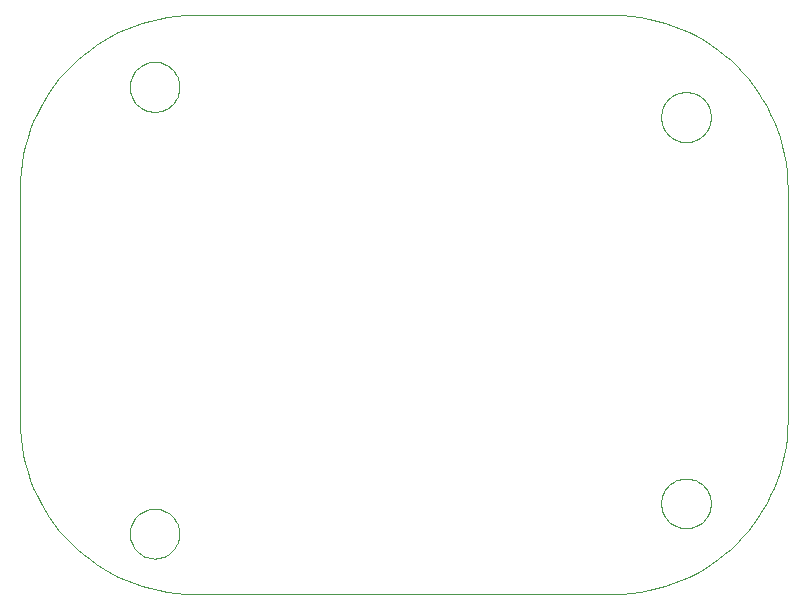
<source format=gbr>
%TF.GenerationSoftware,KiCad,Pcbnew,5.1.10*%
%TF.CreationDate,2021-10-27T21:34:53+02:00*%
%TF.ProjectId,JeanCloud_pcb_regular,4a65616e-436c-46f7-9564-5f7063625f72,rev?*%
%TF.SameCoordinates,Original*%
%TF.FileFunction,Profile,NP*%
%FSLAX46Y46*%
G04 Gerber Fmt 4.6, Leading zero omitted, Abs format (unit mm)*
G04 Created by KiCad (PCBNEW 5.1.10) date 2021-10-27 21:34:53*
%MOMM*%
%LPD*%
G01*
G04 APERTURE LIST*
%TA.AperFunction,Profile*%
%ADD10C,0.100000*%
%TD*%
G04 APERTURE END LIST*
D10*
X52639300Y-26862400D02*
X88156900Y-26862400D01*
X88156900Y-26862400D02*
X88917700Y-26881500D01*
X88917700Y-26881500D02*
X89668300Y-26938200D01*
X89668300Y-26938200D02*
X90407700Y-27031700D01*
X90407700Y-27031700D02*
X91135000Y-27160900D01*
X91135000Y-27160900D02*
X91849400Y-27324900D01*
X91849400Y-27324900D02*
X92549900Y-27523000D01*
X92549900Y-27523000D02*
X93235600Y-27754100D01*
X93235600Y-27754100D02*
X93905500Y-28017300D01*
X93905500Y-28017300D02*
X94558900Y-28311700D01*
X94558900Y-28311700D02*
X95194700Y-28636500D01*
X95194700Y-28636500D02*
X95812000Y-28990700D01*
X95812000Y-28990700D02*
X96410000Y-29373300D01*
X96410000Y-29373300D02*
X96987700Y-29783500D01*
X96987700Y-29783500D02*
X97544200Y-30220400D01*
X97544200Y-30220400D02*
X98078600Y-30683100D01*
X98078600Y-30683100D02*
X98590000Y-31170500D01*
X98590000Y-31170500D02*
X99077500Y-31681900D01*
X99077500Y-31681900D02*
X99540100Y-32216300D01*
X99540100Y-32216300D02*
X99977000Y-32772900D01*
X99977000Y-32772900D02*
X100387200Y-33350600D01*
X100387200Y-33350600D02*
X100769900Y-33948500D01*
X100769900Y-33948500D02*
X101124000Y-34565900D01*
X101124000Y-34565900D02*
X101448800Y-35201700D01*
X101448800Y-35201700D02*
X101743200Y-35855000D01*
X101743200Y-35855000D02*
X102006500Y-36525000D01*
X102006500Y-36525000D02*
X102237500Y-37210600D01*
X102237500Y-37210600D02*
X102435600Y-37911100D01*
X102435600Y-37911100D02*
X102599700Y-38625500D01*
X102599700Y-38625500D02*
X102728900Y-39352800D01*
X102728900Y-39352800D02*
X102822300Y-40092200D01*
X102822300Y-40092200D02*
X102879000Y-40842800D01*
X102879000Y-40842800D02*
X102898100Y-41603600D01*
X102898100Y-41603600D02*
X102898100Y-61121200D01*
X102898100Y-61121200D02*
X102879000Y-61882000D01*
X102879000Y-61882000D02*
X102822300Y-62632600D01*
X102822300Y-62632600D02*
X102728900Y-63372000D01*
X102728900Y-63372000D02*
X102599700Y-64099300D01*
X102599700Y-64099300D02*
X102435600Y-64813700D01*
X102435600Y-64813700D02*
X102237500Y-65514200D01*
X102237500Y-65514200D02*
X102006500Y-66199900D01*
X102006500Y-66199900D02*
X101743200Y-66869800D01*
X101743200Y-66869800D02*
X101448800Y-67523200D01*
X101448800Y-67523200D02*
X101124000Y-68159000D01*
X101124000Y-68159000D02*
X100769900Y-68776300D01*
X100769900Y-68776300D02*
X100387200Y-69374300D01*
X100387200Y-69374300D02*
X99977000Y-69952000D01*
X99977000Y-69952000D02*
X99540100Y-70508500D01*
X99540100Y-70508500D02*
X99077500Y-71042900D01*
X99077500Y-71042900D02*
X98590000Y-71554300D01*
X98590000Y-71554300D02*
X98078600Y-72041800D01*
X98078600Y-72041800D02*
X97544200Y-72504400D01*
X97544200Y-72504400D02*
X96987700Y-72941300D01*
X96987700Y-72941300D02*
X96410000Y-73351500D01*
X96410000Y-73351500D02*
X95812000Y-73734200D01*
X95812000Y-73734200D02*
X95194700Y-74088300D01*
X95194700Y-74088300D02*
X94558900Y-74413100D01*
X94558900Y-74413100D02*
X93905500Y-74707500D01*
X93905500Y-74707500D02*
X93235600Y-74970800D01*
X93235600Y-74970800D02*
X92549900Y-75201800D01*
X92549900Y-75201800D02*
X91849400Y-75399900D01*
X91849400Y-75399900D02*
X91135000Y-75564000D01*
X91135000Y-75564000D02*
X90407700Y-75693200D01*
X90407700Y-75693200D02*
X89668300Y-75786600D01*
X89668300Y-75786600D02*
X88917700Y-75843300D01*
X88917700Y-75843300D02*
X88156900Y-75862400D01*
X88156900Y-75862400D02*
X52639300Y-75862400D01*
X52639300Y-75862400D02*
X51878500Y-75843300D01*
X51878500Y-75843300D02*
X51127900Y-75786600D01*
X51127900Y-75786600D02*
X50388500Y-75693200D01*
X50388500Y-75693200D02*
X49661200Y-75564000D01*
X49661200Y-75564000D02*
X48946800Y-75399900D01*
X48946800Y-75399900D02*
X48246300Y-75201800D01*
X48246300Y-75201800D02*
X47560700Y-74970800D01*
X47560700Y-74970800D02*
X46890700Y-74707500D01*
X46890700Y-74707500D02*
X46237400Y-74413100D01*
X46237400Y-74413100D02*
X45601600Y-74088300D01*
X45601600Y-74088300D02*
X44984200Y-73734200D01*
X44984200Y-73734200D02*
X44386300Y-73351500D01*
X44386300Y-73351500D02*
X43808600Y-72941300D01*
X43808600Y-72941300D02*
X43252000Y-72504400D01*
X43252000Y-72504400D02*
X42717600Y-72041800D01*
X42717600Y-72041800D02*
X42206200Y-71554300D01*
X42206200Y-71554300D02*
X41718800Y-71042900D01*
X41718800Y-71042900D02*
X41256100Y-70508500D01*
X41256100Y-70508500D02*
X40819200Y-69952000D01*
X40819200Y-69952000D02*
X40409000Y-69374300D01*
X40409000Y-69374300D02*
X40026400Y-68776300D01*
X40026400Y-68776300D02*
X39672200Y-68159000D01*
X39672200Y-68159000D02*
X39347400Y-67523200D01*
X39347400Y-67523200D02*
X39053000Y-66869800D01*
X39053000Y-66869800D02*
X38789800Y-66199900D01*
X38789800Y-66199900D02*
X38558700Y-65514200D01*
X38558700Y-65514200D02*
X38360600Y-64813700D01*
X38360600Y-64813700D02*
X38196600Y-64099300D01*
X38196600Y-64099300D02*
X38067400Y-63372000D01*
X38067400Y-63372000D02*
X37973900Y-62632600D01*
X37973900Y-62632600D02*
X37917200Y-61882000D01*
X37917200Y-61882000D02*
X37898100Y-61121200D01*
X37898100Y-61121200D02*
X37898100Y-41603600D01*
X37898100Y-41603600D02*
X37917200Y-40842800D01*
X37917200Y-40842800D02*
X37973900Y-40092200D01*
X37973900Y-40092200D02*
X38067400Y-39352800D01*
X38067400Y-39352800D02*
X38196600Y-38625500D01*
X38196600Y-38625500D02*
X38360600Y-37911100D01*
X38360600Y-37911100D02*
X38558700Y-37210600D01*
X38558700Y-37210600D02*
X38789800Y-36525000D01*
X38789800Y-36525000D02*
X39053000Y-35855000D01*
X39053000Y-35855000D02*
X39347400Y-35201700D01*
X39347400Y-35201700D02*
X39672200Y-34565900D01*
X39672200Y-34565900D02*
X40026400Y-33948500D01*
X40026400Y-33948500D02*
X40409000Y-33350600D01*
X40409000Y-33350600D02*
X40819200Y-32772900D01*
X40819200Y-32772900D02*
X41256100Y-32216300D01*
X41256100Y-32216300D02*
X41718800Y-31681900D01*
X41718800Y-31681900D02*
X42206200Y-31170500D01*
X42206200Y-31170500D02*
X42717600Y-30683100D01*
X42717600Y-30683100D02*
X43252000Y-30220400D01*
X43252000Y-30220400D02*
X43808600Y-29783500D01*
X43808600Y-29783500D02*
X44386300Y-29373300D01*
X44386300Y-29373300D02*
X44984200Y-28990700D01*
X44984200Y-28990700D02*
X45601600Y-28636500D01*
X45601600Y-28636500D02*
X46237400Y-28311700D01*
X46237400Y-28311700D02*
X46890700Y-28017300D01*
X46890700Y-28017300D02*
X47560700Y-27754100D01*
X47560700Y-27754100D02*
X48246300Y-27523000D01*
X48246300Y-27523000D02*
X48946800Y-27324900D01*
X48946800Y-27324900D02*
X49661200Y-27160900D01*
X49661200Y-27160900D02*
X50388500Y-27031700D01*
X50388500Y-27031700D02*
X51127900Y-26938200D01*
X51127900Y-26938200D02*
X51878500Y-26881500D01*
X51878500Y-26881500D02*
X52639300Y-26862400D01*
X52639300Y-26862400D02*
X52639300Y-26862400D01*
X52639300Y-26862400D02*
X52639300Y-26862400D01*
X51417200Y-32934900D02*
X51406300Y-33150700D01*
X51406300Y-33150700D02*
X51374300Y-33360200D01*
X51374300Y-33360200D02*
X51322300Y-33562400D01*
X51322300Y-33562400D02*
X51251400Y-33756300D01*
X51251400Y-33756300D02*
X51162500Y-33940700D01*
X51162500Y-33940700D02*
X51056800Y-34114700D01*
X51056800Y-34114700D02*
X50935300Y-34277100D01*
X50935300Y-34277100D02*
X50799200Y-34427000D01*
X50799200Y-34427000D02*
X50649300Y-34563100D01*
X50649300Y-34563100D02*
X50486900Y-34684600D01*
X50486900Y-34684600D02*
X50312900Y-34790300D01*
X50312900Y-34790300D02*
X50128500Y-34879200D01*
X50128500Y-34879200D02*
X49934600Y-34950100D01*
X49934600Y-34950100D02*
X49732400Y-35002100D01*
X49732400Y-35002100D02*
X49522900Y-35034100D01*
X49522900Y-35034100D02*
X49307200Y-35045000D01*
X49307200Y-35045000D02*
X49091400Y-35034100D01*
X49091400Y-35034100D02*
X48881900Y-35002100D01*
X48881900Y-35002100D02*
X48679700Y-34950100D01*
X48679700Y-34950100D02*
X48485900Y-34879200D01*
X48485900Y-34879200D02*
X48301400Y-34790300D01*
X48301400Y-34790300D02*
X48127400Y-34684600D01*
X48127400Y-34684600D02*
X47965000Y-34563100D01*
X47965000Y-34563100D02*
X47815200Y-34427000D01*
X47815200Y-34427000D02*
X47679000Y-34277100D01*
X47679000Y-34277100D02*
X47557500Y-34114700D01*
X47557500Y-34114700D02*
X47451800Y-33940700D01*
X47451800Y-33940700D02*
X47363000Y-33756300D01*
X47363000Y-33756300D02*
X47292000Y-33562400D01*
X47292000Y-33562400D02*
X47240000Y-33360200D01*
X47240000Y-33360200D02*
X47208100Y-33150700D01*
X47208100Y-33150700D02*
X47197200Y-32934900D01*
X47197200Y-32934900D02*
X47207500Y-32726400D01*
X47207500Y-32726400D02*
X47238100Y-32521400D01*
X47238100Y-32521400D02*
X47288400Y-32321200D01*
X47288400Y-32321200D02*
X47357800Y-32127400D01*
X47357800Y-32127400D02*
X47445700Y-31941300D01*
X47445700Y-31941300D02*
X47551700Y-31764300D01*
X47551700Y-31764300D02*
X47675000Y-31597700D01*
X47675000Y-31597700D02*
X47815200Y-31442900D01*
X47815200Y-31442900D02*
X47969900Y-31302700D01*
X47969900Y-31302700D02*
X48136500Y-31179400D01*
X48136500Y-31179400D02*
X48313600Y-31073400D01*
X48313600Y-31073400D02*
X48499700Y-30985500D01*
X48499700Y-30985500D02*
X48693500Y-30916100D01*
X48693500Y-30916100D02*
X48893600Y-30865800D01*
X48893600Y-30865800D02*
X49098600Y-30835200D01*
X49098600Y-30835200D02*
X49307200Y-30824900D01*
X49307200Y-30824900D02*
X49522900Y-30835800D01*
X49522900Y-30835800D02*
X49732400Y-30867700D01*
X49732400Y-30867700D02*
X49934600Y-30919700D01*
X49934600Y-30919700D02*
X50128500Y-30990700D01*
X50128500Y-30990700D02*
X50312900Y-31079500D01*
X50312900Y-31079500D02*
X50486900Y-31185200D01*
X50486900Y-31185200D02*
X50649300Y-31306700D01*
X50649300Y-31306700D02*
X50799200Y-31442900D01*
X50799200Y-31442900D02*
X50935300Y-31592700D01*
X50935300Y-31592700D02*
X51056800Y-31755200D01*
X51056800Y-31755200D02*
X51162500Y-31929100D01*
X51162500Y-31929100D02*
X51251400Y-32113600D01*
X51251400Y-32113600D02*
X51322300Y-32307500D01*
X51322300Y-32307500D02*
X51374300Y-32509700D01*
X51374300Y-32509700D02*
X51406300Y-32719200D01*
X51406300Y-32719200D02*
X51417200Y-32934900D01*
X51417200Y-32934900D02*
X51417200Y-32934900D01*
X51417200Y-32934900D02*
X51417200Y-32934900D01*
X96410700Y-35490600D02*
X96400400Y-35699200D01*
X96400400Y-35699200D02*
X96369800Y-35904200D01*
X96369800Y-35904200D02*
X96319500Y-36104300D01*
X96319500Y-36104300D02*
X96250100Y-36298100D01*
X96250100Y-36298100D02*
X96162200Y-36484200D01*
X96162200Y-36484200D02*
X96056200Y-36661300D01*
X96056200Y-36661300D02*
X95932900Y-36827900D01*
X95932900Y-36827900D02*
X95792700Y-36982600D01*
X95792700Y-36982600D02*
X95638000Y-37122800D01*
X95638000Y-37122800D02*
X95471400Y-37246100D01*
X95471400Y-37246100D02*
X95294300Y-37352100D01*
X95294300Y-37352100D02*
X95108200Y-37440000D01*
X95108200Y-37440000D02*
X94914400Y-37509400D01*
X94914400Y-37509400D02*
X94714300Y-37559700D01*
X94714300Y-37559700D02*
X94509300Y-37590300D01*
X94509300Y-37590300D02*
X94300700Y-37600700D01*
X94300700Y-37600700D02*
X94092200Y-37590300D01*
X94092200Y-37590300D02*
X93887200Y-37559700D01*
X93887200Y-37559700D02*
X93687100Y-37509400D01*
X93687100Y-37509400D02*
X93493300Y-37440000D01*
X93493300Y-37440000D02*
X93307100Y-37352100D01*
X93307100Y-37352100D02*
X93130100Y-37246100D01*
X93130100Y-37246100D02*
X92963500Y-37122800D01*
X92963500Y-37122800D02*
X92808700Y-36982600D01*
X92808700Y-36982600D02*
X92668600Y-36827900D01*
X92668600Y-36827900D02*
X92545200Y-36661300D01*
X92545200Y-36661300D02*
X92439300Y-36484200D01*
X92439300Y-36484200D02*
X92351300Y-36298100D01*
X92351300Y-36298100D02*
X92281900Y-36104300D01*
X92281900Y-36104300D02*
X92231600Y-35904200D01*
X92231600Y-35904200D02*
X92201000Y-35699200D01*
X92201000Y-35699200D02*
X92190700Y-35490600D01*
X92190700Y-35490600D02*
X92201600Y-35274900D01*
X92201600Y-35274900D02*
X92233600Y-35065400D01*
X92233600Y-35065400D02*
X92285600Y-34863100D01*
X92285600Y-34863100D02*
X92356500Y-34669300D01*
X92356500Y-34669300D02*
X92445400Y-34484800D01*
X92445400Y-34484800D02*
X92551100Y-34310800D01*
X92551100Y-34310800D02*
X92672500Y-34148400D01*
X92672500Y-34148400D02*
X92808700Y-33998600D01*
X92808700Y-33998600D02*
X92958600Y-33862400D01*
X92958600Y-33862400D02*
X93121000Y-33740900D01*
X93121000Y-33740900D02*
X93295000Y-33635200D01*
X93295000Y-33635200D02*
X93479400Y-33546400D01*
X93479400Y-33546400D02*
X93673300Y-33475400D01*
X93673300Y-33475400D02*
X93875500Y-33423400D01*
X93875500Y-33423400D02*
X94085000Y-33391400D01*
X94085000Y-33391400D02*
X94300700Y-33380500D01*
X94300700Y-33380500D02*
X94516500Y-33391400D01*
X94516500Y-33391400D02*
X94726000Y-33423400D01*
X94726000Y-33423400D02*
X94928200Y-33475400D01*
X94928200Y-33475400D02*
X95122000Y-33546400D01*
X95122000Y-33546400D02*
X95306500Y-33635200D01*
X95306500Y-33635200D02*
X95480400Y-33740900D01*
X95480400Y-33740900D02*
X95642900Y-33862400D01*
X95642900Y-33862400D02*
X95792700Y-33998600D01*
X95792700Y-33998600D02*
X95928900Y-34148400D01*
X95928900Y-34148400D02*
X96050400Y-34310800D01*
X96050400Y-34310800D02*
X96156100Y-34484800D01*
X96156100Y-34484800D02*
X96244900Y-34669300D01*
X96244900Y-34669300D02*
X96315900Y-34863100D01*
X96315900Y-34863100D02*
X96367900Y-35065400D01*
X96367900Y-35065400D02*
X96399800Y-35274900D01*
X96399800Y-35274900D02*
X96410700Y-35490600D01*
X96410700Y-35490600D02*
X96410700Y-35490600D01*
X96410700Y-35490600D02*
X96410700Y-35490600D01*
X51417200Y-70757600D02*
X51406300Y-70541900D01*
X51406300Y-70541900D02*
X51374300Y-70332300D01*
X51374300Y-70332300D02*
X51322300Y-70130100D01*
X51322300Y-70130100D02*
X51251400Y-69936300D01*
X51251400Y-69936300D02*
X51162500Y-69751800D01*
X51162500Y-69751800D02*
X51056800Y-69577800D01*
X51056800Y-69577800D02*
X50935300Y-69415400D01*
X50935300Y-69415400D02*
X50799200Y-69265600D01*
X50799200Y-69265600D02*
X50649300Y-69129400D01*
X50649300Y-69129400D02*
X50486900Y-69007900D01*
X50486900Y-69007900D02*
X50312900Y-68902200D01*
X50312900Y-68902200D02*
X50128500Y-68813400D01*
X50128500Y-68813400D02*
X49934600Y-68742400D01*
X49934600Y-68742400D02*
X49732400Y-68690400D01*
X49732400Y-68690400D02*
X49522900Y-68658400D01*
X49522900Y-68658400D02*
X49307200Y-68647500D01*
X49307200Y-68647500D02*
X49098600Y-68657900D01*
X49098600Y-68657900D02*
X48893600Y-68688500D01*
X48893600Y-68688500D02*
X48693500Y-68738700D01*
X48693500Y-68738700D02*
X48499700Y-68808200D01*
X48499700Y-68808200D02*
X48313600Y-68896100D01*
X48313600Y-68896100D02*
X48136500Y-69002100D01*
X48136500Y-69002100D02*
X47969900Y-69125400D01*
X47969900Y-69125400D02*
X47815200Y-69265600D01*
X47815200Y-69265600D02*
X47675000Y-69420300D01*
X47675000Y-69420300D02*
X47551700Y-69586900D01*
X47551700Y-69586900D02*
X47445700Y-69764000D01*
X47445700Y-69764000D02*
X47357800Y-69950100D01*
X47357800Y-69950100D02*
X47288400Y-70143900D01*
X47288400Y-70143900D02*
X47238100Y-70344000D01*
X47238100Y-70344000D02*
X47207500Y-70549000D01*
X47207500Y-70549000D02*
X47197200Y-70757600D01*
X47197200Y-70757600D02*
X47208100Y-70973300D01*
X47208100Y-70973300D02*
X47240000Y-71182800D01*
X47240000Y-71182800D02*
X47292000Y-71385100D01*
X47292000Y-71385100D02*
X47363000Y-71578900D01*
X47363000Y-71578900D02*
X47451800Y-71763400D01*
X47451800Y-71763400D02*
X47557500Y-71937300D01*
X47557500Y-71937300D02*
X47679000Y-72099800D01*
X47679000Y-72099800D02*
X47815200Y-72249600D01*
X47815200Y-72249600D02*
X47965000Y-72385800D01*
X47965000Y-72385800D02*
X48127400Y-72507300D01*
X48127400Y-72507300D02*
X48301400Y-72613000D01*
X48301400Y-72613000D02*
X48485900Y-72701800D01*
X48485900Y-72701800D02*
X48679700Y-72772800D01*
X48679700Y-72772800D02*
X48881900Y-72824800D01*
X48881900Y-72824800D02*
X49091400Y-72856800D01*
X49091400Y-72856800D02*
X49307200Y-72867700D01*
X49307200Y-72867700D02*
X49522900Y-72856800D01*
X49522900Y-72856800D02*
X49732400Y-72824800D01*
X49732400Y-72824800D02*
X49934600Y-72772800D01*
X49934600Y-72772800D02*
X50128500Y-72701800D01*
X50128500Y-72701800D02*
X50312900Y-72613000D01*
X50312900Y-72613000D02*
X50486900Y-72507300D01*
X50486900Y-72507300D02*
X50649300Y-72385800D01*
X50649300Y-72385800D02*
X50799200Y-72249600D01*
X50799200Y-72249600D02*
X50935300Y-72099800D01*
X50935300Y-72099800D02*
X51056800Y-71937300D01*
X51056800Y-71937300D02*
X51162500Y-71763400D01*
X51162500Y-71763400D02*
X51251400Y-71578900D01*
X51251400Y-71578900D02*
X51322300Y-71385100D01*
X51322300Y-71385100D02*
X51374300Y-71182800D01*
X51374300Y-71182800D02*
X51406300Y-70973300D01*
X51406300Y-70973300D02*
X51417200Y-70757600D01*
X51417200Y-70757600D02*
X51417200Y-70757600D01*
X51417200Y-70757600D02*
X51417200Y-70757600D01*
X96410700Y-68201900D02*
X96399800Y-67986200D01*
X96399800Y-67986200D02*
X96367900Y-67776700D01*
X96367900Y-67776700D02*
X96315900Y-67574500D01*
X96315900Y-67574500D02*
X96244900Y-67380600D01*
X96244900Y-67380600D02*
X96156100Y-67196100D01*
X96156100Y-67196100D02*
X96050400Y-67022200D01*
X96050400Y-67022200D02*
X95928900Y-66859700D01*
X95928900Y-66859700D02*
X95792700Y-66709900D01*
X95792700Y-66709900D02*
X95642900Y-66573700D01*
X95642900Y-66573700D02*
X95480400Y-66452200D01*
X95480400Y-66452200D02*
X95306500Y-66346500D01*
X95306500Y-66346500D02*
X95122000Y-66257700D01*
X95122000Y-66257700D02*
X94928200Y-66186700D01*
X94928200Y-66186700D02*
X94726000Y-66134700D01*
X94726000Y-66134700D02*
X94516500Y-66102800D01*
X94516500Y-66102800D02*
X94300700Y-66091900D01*
X94300700Y-66091900D02*
X94085000Y-66102800D01*
X94085000Y-66102800D02*
X93875500Y-66134700D01*
X93875500Y-66134700D02*
X93673300Y-66186700D01*
X93673300Y-66186700D02*
X93479400Y-66257700D01*
X93479400Y-66257700D02*
X93295000Y-66346500D01*
X93295000Y-66346500D02*
X93121000Y-66452200D01*
X93121000Y-66452200D02*
X92958600Y-66573700D01*
X92958600Y-66573700D02*
X92808700Y-66709900D01*
X92808700Y-66709900D02*
X92672500Y-66859700D01*
X92672500Y-66859700D02*
X92551100Y-67022200D01*
X92551100Y-67022200D02*
X92445400Y-67196100D01*
X92445400Y-67196100D02*
X92356500Y-67380600D01*
X92356500Y-67380600D02*
X92285600Y-67574500D01*
X92285600Y-67574500D02*
X92233600Y-67776700D01*
X92233600Y-67776700D02*
X92201600Y-67986200D01*
X92201600Y-67986200D02*
X92190700Y-68201900D01*
X92190700Y-68201900D02*
X92201000Y-68410500D01*
X92201000Y-68410500D02*
X92231600Y-68615500D01*
X92231600Y-68615500D02*
X92281900Y-68815600D01*
X92281900Y-68815600D02*
X92351300Y-69009400D01*
X92351300Y-69009400D02*
X92439300Y-69195500D01*
X92439300Y-69195500D02*
X92545200Y-69372600D01*
X92545200Y-69372600D02*
X92668600Y-69539200D01*
X92668600Y-69539200D02*
X92808700Y-69694000D01*
X92808700Y-69694000D02*
X92963500Y-69834100D01*
X92963500Y-69834100D02*
X93130100Y-69957500D01*
X93130100Y-69957500D02*
X93307100Y-70063400D01*
X93307100Y-70063400D02*
X93493300Y-70151400D01*
X93493300Y-70151400D02*
X93687100Y-70220800D01*
X93687100Y-70220800D02*
X93887200Y-70271100D01*
X93887200Y-70271100D02*
X94092200Y-70301700D01*
X94092200Y-70301700D02*
X94300700Y-70312000D01*
X94300700Y-70312000D02*
X94509300Y-70301700D01*
X94509300Y-70301700D02*
X94714300Y-70271100D01*
X94714300Y-70271100D02*
X94914400Y-70220800D01*
X94914400Y-70220800D02*
X95108200Y-70151400D01*
X95108200Y-70151400D02*
X95294300Y-70063400D01*
X95294300Y-70063400D02*
X95471400Y-69957500D01*
X95471400Y-69957500D02*
X95638000Y-69834100D01*
X95638000Y-69834100D02*
X95792700Y-69694000D01*
X95792700Y-69694000D02*
X95932900Y-69539200D01*
X95932900Y-69539200D02*
X96056200Y-69372600D01*
X96056200Y-69372600D02*
X96162200Y-69195500D01*
X96162200Y-69195500D02*
X96250100Y-69009400D01*
X96250100Y-69009400D02*
X96319500Y-68815600D01*
X96319500Y-68815600D02*
X96369800Y-68615500D01*
X96369800Y-68615500D02*
X96400400Y-68410500D01*
X96400400Y-68410500D02*
X96410700Y-68201900D01*
X96410700Y-68201900D02*
X96410700Y-68201900D01*
X96410700Y-68201900D02*
X96410700Y-68201900D01*
M02*

</source>
